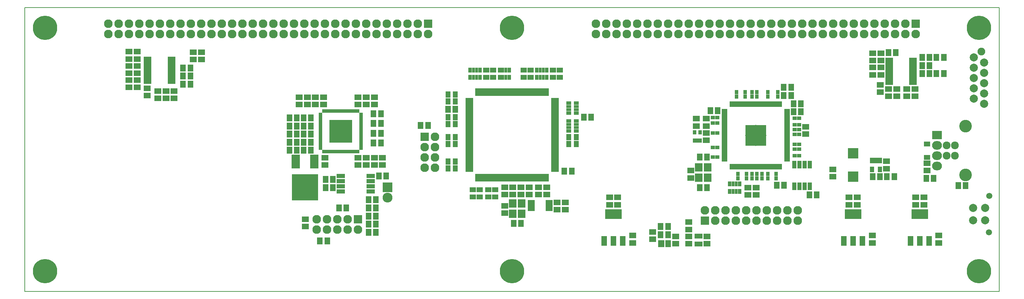
<source format=gbr>
G04 #@! TF.GenerationSoftware,KiCad,Pcbnew,(5.0.0-3-g5ebb6b6)*
G04 #@! TF.CreationDate,2018-10-15T21:33:50+02:00*
G04 #@! TF.ProjectId,infinitas,696E66696E697461732E6B696361645F,rev?*
G04 #@! TF.SameCoordinates,Original*
G04 #@! TF.FileFunction,Soldermask,Top*
G04 #@! TF.FilePolarity,Negative*
%FSLAX46Y46*%
G04 Gerber Fmt 4.6, Leading zero omitted, Abs format (unit mm)*
G04 Created by KiCad (PCBNEW (5.0.0-3-g5ebb6b6)) date Monday, 15. October 2018 um 21:33:50*
%MOMM*%
%LPD*%
G01*
G04 APERTURE LIST*
%ADD10C,0.150000*%
%ADD11R,1.850000X0.650000*%
%ADD12R,0.650000X1.850000*%
%ADD13R,0.806400X1.060400*%
%ADD14R,0.798780X1.149300*%
%ADD15R,1.400760X1.799540*%
%ADD16R,1.598880X1.799540*%
%ADD17R,2.100000X1.050000*%
%ADD18R,1.800000X0.700000*%
%ADD19R,1.050000X1.460000*%
%ADD20R,1.000000X1.950000*%
%ADD21R,0.900000X1.000000*%
%ADD22R,1.000000X0.900000*%
%ADD23R,1.200000X0.900000*%
%ADD24R,1.200000X0.800000*%
%ADD25R,0.900000X1.200000*%
%ADD26R,0.800000X1.200000*%
%ADD27R,1.850000X0.850000*%
%ADD28O,5.200000X5.200000*%
%ADD29R,5.200000X5.200000*%
%ADD30R,1.400000X0.630000*%
%ADD31R,0.630000X1.400000*%
%ADD32C,6.000000*%
%ADD33R,1.700000X1.400000*%
%ADD34R,1.400000X1.700000*%
%ADD35R,2.432000X2.127200*%
%ADD36O,2.432000X2.127200*%
%ADD37R,1.900000X2.100000*%
%ADD38R,2.600000X2.600000*%
%ADD39R,2.127200X2.127200*%
%ADD40O,2.127200X2.127200*%
%ADD41R,4.057600X2.432000*%
%ADD42R,1.416000X2.432000*%
%ADD43R,2.051000X3.448000*%
%ADD44R,6.496000X6.496000*%
%ADD45R,2.432000X2.432000*%
%ADD46O,2.432000X2.432000*%
%ADD47R,1.620000X1.310000*%
%ADD48C,2.000000*%
%ADD49C,1.900000*%
%ADD50C,1.500000*%
%ADD51R,5.650000X5.650000*%
%ADD52R,0.950000X0.700000*%
%ADD53R,0.700000X0.950000*%
%ADD54C,1.924000*%
%ADD55C,3.100020*%
G04 APERTURE END LIST*
D10*
X30000000Y-100000000D02*
X30000000Y-30000000D01*
X270000000Y-100000000D02*
X30000000Y-100000000D01*
X270000000Y-30000000D02*
X270000000Y-100000000D01*
X30000000Y-30000000D02*
X270000000Y-30000000D01*
D11*
G04 #@! TO.C,IC104*
X139450000Y-70150000D03*
X139450000Y-69650000D03*
X139450000Y-69150000D03*
X139450000Y-68650000D03*
X139450000Y-68150000D03*
X139450000Y-67650000D03*
X139450000Y-67150000D03*
X139450000Y-66650000D03*
X139450000Y-66150000D03*
X139450000Y-65650000D03*
X139450000Y-65150000D03*
X139450000Y-64650000D03*
X139450000Y-64150000D03*
X139450000Y-63650000D03*
X139450000Y-63150000D03*
X139450000Y-62650000D03*
X139450000Y-62150000D03*
X139450000Y-61650000D03*
X139450000Y-61150000D03*
X139450000Y-60650000D03*
X139450000Y-60150000D03*
X139450000Y-59650000D03*
X139450000Y-59150000D03*
X139450000Y-58650000D03*
X139450000Y-58150000D03*
X139450000Y-57650000D03*
X139450000Y-57150000D03*
X139450000Y-56650000D03*
X139450000Y-56150000D03*
X139450000Y-55650000D03*
X139450000Y-55150000D03*
X139450000Y-54650000D03*
X139450000Y-54150000D03*
X139450000Y-53650000D03*
X139450000Y-53150000D03*
X139450000Y-52650000D03*
D12*
X141250000Y-50850000D03*
X141750000Y-50850000D03*
X142250000Y-50850000D03*
X142750000Y-50850000D03*
X143250000Y-50850000D03*
X143750000Y-50850000D03*
X144250000Y-50850000D03*
X144750000Y-50850000D03*
X145250000Y-50850000D03*
X145750000Y-50850000D03*
X146250000Y-50850000D03*
X146750000Y-50850000D03*
X147250000Y-50850000D03*
X147750000Y-50850000D03*
X148250000Y-50850000D03*
X148750000Y-50850000D03*
X149250000Y-50850000D03*
X149750000Y-50850000D03*
X150250000Y-50850000D03*
X150750000Y-50850000D03*
X151250000Y-50850000D03*
X151750000Y-50850000D03*
X152250000Y-50850000D03*
X152750000Y-50850000D03*
X153250000Y-50850000D03*
X153750000Y-50850000D03*
X154250000Y-50850000D03*
X154750000Y-50850000D03*
X155250000Y-50850000D03*
X155750000Y-50850000D03*
X156250000Y-50850000D03*
X156750000Y-50850000D03*
X157250000Y-50850000D03*
X157750000Y-50850000D03*
X158250000Y-50850000D03*
X158750000Y-50850000D03*
D11*
X160550000Y-52650000D03*
X160550000Y-53150000D03*
X160550000Y-53650000D03*
X160550000Y-54150000D03*
X160550000Y-54650000D03*
X160550000Y-55150000D03*
X160550000Y-55650000D03*
X160550000Y-56150000D03*
X160550000Y-56650000D03*
X160550000Y-57150000D03*
X160550000Y-57650000D03*
X160550000Y-58150000D03*
X160550000Y-58650000D03*
X160550000Y-59150000D03*
X160550000Y-59650000D03*
X160550000Y-60150000D03*
X160550000Y-60650000D03*
X160550000Y-61150000D03*
X160550000Y-61650000D03*
X160550000Y-62150000D03*
X160550000Y-62650000D03*
X160550000Y-63150000D03*
X160550000Y-63650000D03*
X160550000Y-64150000D03*
X160550000Y-64650000D03*
X160550000Y-65150000D03*
X160550000Y-65650000D03*
X160550000Y-66150000D03*
X160550000Y-66650000D03*
X160550000Y-67150000D03*
X160550000Y-67650000D03*
X160550000Y-68150000D03*
X160550000Y-68650000D03*
X160550000Y-69150000D03*
X160550000Y-69650000D03*
X160550000Y-70150000D03*
D12*
X158750000Y-71950000D03*
X158250000Y-71950000D03*
X157750000Y-71950000D03*
X157250000Y-71950000D03*
X156750000Y-71950000D03*
X156250000Y-71950000D03*
X155750000Y-71950000D03*
X155250000Y-71950000D03*
X154750000Y-71950000D03*
X154250000Y-71950000D03*
X153750000Y-71950000D03*
X153250000Y-71950000D03*
X152750000Y-71950000D03*
X152250000Y-71950000D03*
X151750000Y-71950000D03*
X151250000Y-71950000D03*
X150750000Y-71950000D03*
X150250000Y-71950000D03*
X149750000Y-71950000D03*
X149250000Y-71950000D03*
X148750000Y-71950000D03*
X148250000Y-71950000D03*
X147750000Y-71950000D03*
X147250000Y-71950000D03*
X146750000Y-71950000D03*
X146250000Y-71950000D03*
X145750000Y-71950000D03*
X145250000Y-71950000D03*
X144750000Y-71950000D03*
X144250000Y-71950000D03*
X143750000Y-71950000D03*
X143250000Y-71950000D03*
X142750000Y-71950000D03*
X142250000Y-71950000D03*
X141750000Y-71950000D03*
X141250000Y-71950000D03*
G04 #@! TD*
D13*
G04 #@! TO.C,IC202*
X194939600Y-60784000D03*
X196260400Y-60784000D03*
X195600000Y-62816000D03*
X196260400Y-62816000D03*
X194939600Y-62816000D03*
G04 #@! TD*
D14*
G04 #@! TO.C,IC204*
X195249760Y-86350040D03*
X195900000Y-86350040D03*
X196550240Y-86350040D03*
X196550240Y-88249960D03*
X195900000Y-88249960D03*
X195249760Y-88249960D03*
G04 #@! TD*
D15*
G04 #@! TO.C,IC106*
X186550040Y-86000180D03*
X188449960Y-86000180D03*
X188449960Y-88199820D03*
D16*
X186730380Y-88199820D03*
G04 #@! TD*
D17*
G04 #@! TO.C,IC302*
X115150000Y-71495000D03*
X115150000Y-72765000D03*
X115150000Y-74035000D03*
X115150000Y-75305000D03*
X107850000Y-75305000D03*
X107850000Y-74035000D03*
X107850000Y-72765000D03*
X107850000Y-71495000D03*
G04 #@! TD*
D18*
G04 #@! TO.C,IC101*
X154700000Y-79800000D03*
X154700000Y-79300000D03*
X154700000Y-78800000D03*
X154700000Y-78300000D03*
X154700000Y-77800000D03*
X159100000Y-77800000D03*
X159100000Y-78300000D03*
X159100000Y-78800000D03*
X159100000Y-79300000D03*
X159100000Y-79800000D03*
G04 #@! TD*
D19*
G04 #@! TO.C,IC105*
X240550000Y-69900000D03*
X238650000Y-69900000D03*
X238650000Y-67700000D03*
X239600000Y-67700000D03*
X240550000Y-67700000D03*
G04 #@! TD*
D20*
G04 #@! TO.C,IC203*
X223305000Y-74100000D03*
X222035000Y-74100000D03*
X220765000Y-74100000D03*
X219495000Y-74100000D03*
X219495000Y-68700000D03*
X220765000Y-68700000D03*
X222035000Y-68700000D03*
X223305000Y-68700000D03*
G04 #@! TD*
D21*
G04 #@! TO.C,C224*
X209100000Y-72150000D03*
X209100000Y-71050000D03*
G04 #@! TD*
G04 #@! TO.C,C209*
X207700000Y-72150000D03*
X207700000Y-71050000D03*
G04 #@! TD*
G04 #@! TO.C,C210*
X210300000Y-72150000D03*
X210300000Y-71050000D03*
G04 #@! TD*
G04 #@! TO.C,C211*
X213000000Y-72150000D03*
X213000000Y-71050000D03*
G04 #@! TD*
D22*
G04 #@! TO.C,C212*
X220650000Y-66500000D03*
X219550000Y-66500000D03*
G04 #@! TD*
G04 #@! TO.C,C213*
X220650000Y-64900000D03*
X219550000Y-64900000D03*
G04 #@! TD*
G04 #@! TO.C,C214*
X220650000Y-61300000D03*
X219550000Y-61300000D03*
G04 #@! TD*
G04 #@! TO.C,C215*
X220650000Y-58900000D03*
X219550000Y-58900000D03*
G04 #@! TD*
G04 #@! TO.C,C216*
X220650000Y-57300000D03*
X219550000Y-57300000D03*
G04 #@! TD*
D21*
G04 #@! TO.C,C217*
X213000000Y-50850000D03*
X213000000Y-51950000D03*
G04 #@! TD*
G04 #@! TO.C,C218*
X210300000Y-50850000D03*
X210300000Y-51950000D03*
G04 #@! TD*
G04 #@! TO.C,C219*
X207400000Y-50850000D03*
X207400000Y-51950000D03*
G04 #@! TD*
D22*
G04 #@! TO.C,C220*
X199450000Y-57100000D03*
X200550000Y-57100000D03*
G04 #@! TD*
G04 #@! TO.C,C221*
X199450000Y-64500000D03*
X200550000Y-64500000D03*
G04 #@! TD*
D21*
G04 #@! TO.C,C223*
X205600000Y-72150000D03*
X205600000Y-71050000D03*
G04 #@! TD*
G04 #@! TO.C,C225*
X211500000Y-72150000D03*
X211500000Y-71050000D03*
G04 #@! TD*
G04 #@! TO.C,C226*
X215000000Y-72150000D03*
X215000000Y-71050000D03*
G04 #@! TD*
D22*
G04 #@! TO.C,C227*
X220650000Y-63700000D03*
X219550000Y-63700000D03*
G04 #@! TD*
G04 #@! TO.C,C228*
X220650000Y-60100000D03*
X219550000Y-60100000D03*
G04 #@! TD*
D21*
G04 #@! TO.C,C229*
X215400000Y-50850000D03*
X215400000Y-51950000D03*
G04 #@! TD*
G04 #@! TO.C,C230*
X209100000Y-50850000D03*
X209100000Y-51950000D03*
G04 #@! TD*
G04 #@! TO.C,C231*
X205300000Y-50850000D03*
X205300000Y-51950000D03*
G04 #@! TD*
D22*
G04 #@! TO.C,C232*
X199450000Y-58500000D03*
X200550000Y-58500000D03*
G04 #@! TD*
G04 #@! TO.C,C233*
X199450000Y-60900000D03*
X200550000Y-60900000D03*
G04 #@! TD*
G04 #@! TO.C,C222*
X199450000Y-66900000D03*
X200550000Y-66900000D03*
G04 #@! TD*
D23*
G04 #@! TO.C,R123*
X134200000Y-51100000D03*
D24*
X134200000Y-51900000D03*
D23*
X134200000Y-53500000D03*
D24*
X134200000Y-52700000D03*
D23*
X136000000Y-51100000D03*
D24*
X136000000Y-52700000D03*
X136000000Y-51900000D03*
D23*
X136000000Y-53500000D03*
G04 #@! TD*
D25*
G04 #@! TO.C,R139*
X142100000Y-45400000D03*
D26*
X141300000Y-45400000D03*
D25*
X139700000Y-45400000D03*
D26*
X140500000Y-45400000D03*
D25*
X142100000Y-47200000D03*
D26*
X140500000Y-47200000D03*
X141300000Y-47200000D03*
D25*
X139700000Y-47200000D03*
G04 #@! TD*
G04 #@! TO.C,R141*
X145700000Y-45400000D03*
D26*
X144900000Y-45400000D03*
D25*
X143300000Y-45400000D03*
D26*
X144100000Y-45400000D03*
D25*
X145700000Y-47200000D03*
D26*
X144100000Y-47200000D03*
X144900000Y-47200000D03*
D25*
X143300000Y-47200000D03*
G04 #@! TD*
G04 #@! TO.C,R143*
X149300000Y-45400000D03*
D26*
X148500000Y-45400000D03*
D25*
X146900000Y-45400000D03*
D26*
X147700000Y-45400000D03*
D25*
X149300000Y-47200000D03*
D26*
X147700000Y-47200000D03*
X148500000Y-47200000D03*
D25*
X146900000Y-47200000D03*
G04 #@! TD*
G04 #@! TO.C,R145*
X154900000Y-45400000D03*
D26*
X154100000Y-45400000D03*
D25*
X152500000Y-45400000D03*
D26*
X153300000Y-45400000D03*
D25*
X154900000Y-47200000D03*
D26*
X153300000Y-47200000D03*
X154100000Y-47200000D03*
D25*
X152500000Y-47200000D03*
G04 #@! TD*
G04 #@! TO.C,R147*
X158500000Y-45400000D03*
D26*
X157700000Y-45400000D03*
D25*
X156100000Y-45400000D03*
D26*
X156900000Y-45400000D03*
D25*
X158500000Y-47200000D03*
D26*
X156900000Y-47200000D03*
X157700000Y-47200000D03*
D25*
X156100000Y-47200000D03*
G04 #@! TD*
G04 #@! TO.C,R148*
X162100000Y-45400000D03*
D26*
X161300000Y-45400000D03*
D25*
X159700000Y-45400000D03*
D26*
X160500000Y-45400000D03*
D25*
X162100000Y-47200000D03*
D26*
X160500000Y-47200000D03*
X161300000Y-47200000D03*
D25*
X159700000Y-47200000D03*
G04 #@! TD*
D23*
G04 #@! TO.C,R152*
X165800000Y-56000000D03*
D24*
X165800000Y-55200000D03*
D23*
X165800000Y-53600000D03*
D24*
X165800000Y-54400000D03*
D23*
X164000000Y-56000000D03*
D24*
X164000000Y-54400000D03*
X164000000Y-55200000D03*
D23*
X164000000Y-53600000D03*
G04 #@! TD*
D25*
G04 #@! TO.C,R204*
X206000000Y-73500000D03*
D26*
X205200000Y-73500000D03*
D25*
X203600000Y-73500000D03*
D26*
X204400000Y-73500000D03*
D25*
X206000000Y-75300000D03*
D26*
X204400000Y-75300000D03*
X205200000Y-75300000D03*
D25*
X203600000Y-75300000D03*
G04 #@! TD*
D23*
G04 #@! TO.C,R150*
X165800000Y-64000000D03*
D24*
X165800000Y-63200000D03*
D23*
X165800000Y-61600000D03*
D24*
X165800000Y-62400000D03*
D23*
X164000000Y-64000000D03*
D24*
X164000000Y-62400000D03*
X164000000Y-63200000D03*
D23*
X164000000Y-61600000D03*
G04 #@! TD*
G04 #@! TO.C,R151*
X165800000Y-60400000D03*
D24*
X165800000Y-59600000D03*
D23*
X165800000Y-58000000D03*
D24*
X165800000Y-58800000D03*
D23*
X164000000Y-60400000D03*
D24*
X164000000Y-58800000D03*
X164000000Y-59600000D03*
D23*
X164000000Y-58000000D03*
G04 #@! TD*
G04 #@! TO.C,R119*
X136000000Y-70000000D03*
D24*
X136000000Y-69200000D03*
D23*
X136000000Y-67600000D03*
D24*
X136000000Y-68400000D03*
D23*
X134200000Y-70000000D03*
D24*
X134200000Y-68400000D03*
X134200000Y-69200000D03*
D23*
X134200000Y-67600000D03*
G04 #@! TD*
G04 #@! TO.C,R120*
X136000000Y-64000000D03*
D24*
X136000000Y-63200000D03*
D23*
X136000000Y-61600000D03*
D24*
X136000000Y-62400000D03*
D23*
X134200000Y-64000000D03*
D24*
X134200000Y-62400000D03*
X134200000Y-63200000D03*
D23*
X134200000Y-61600000D03*
G04 #@! TD*
G04 #@! TO.C,R121*
X136000000Y-59100000D03*
D24*
X136000000Y-58300000D03*
D23*
X136000000Y-56700000D03*
D24*
X136000000Y-57500000D03*
D23*
X134200000Y-59100000D03*
D24*
X134200000Y-57500000D03*
X134200000Y-58300000D03*
D23*
X134200000Y-56700000D03*
G04 #@! TD*
D25*
G04 #@! TO.C,R138*
X140000000Y-76700000D03*
D26*
X140800000Y-76700000D03*
D25*
X142400000Y-76700000D03*
D26*
X141600000Y-76700000D03*
D25*
X140000000Y-74900000D03*
D26*
X141600000Y-74900000D03*
X140800000Y-74900000D03*
D25*
X142400000Y-74900000D03*
G04 #@! TD*
G04 #@! TO.C,R140*
X143800000Y-76700000D03*
D26*
X144600000Y-76700000D03*
D25*
X146200000Y-76700000D03*
D26*
X145400000Y-76700000D03*
D25*
X143800000Y-74900000D03*
D26*
X145400000Y-74900000D03*
X144600000Y-74900000D03*
D25*
X146200000Y-74900000D03*
G04 #@! TD*
D27*
G04 #@! TO.C,IC103*
X242850000Y-48625000D03*
X242850000Y-47975000D03*
X242850000Y-47325000D03*
X242850000Y-46675000D03*
X242850000Y-46025000D03*
X242850000Y-45375000D03*
X242850000Y-44725000D03*
X242850000Y-44075000D03*
X242850000Y-43425000D03*
X242850000Y-42775000D03*
X248750000Y-42775000D03*
X248750000Y-43425000D03*
X248750000Y-44075000D03*
X248750000Y-44725000D03*
X248750000Y-45375000D03*
X248750000Y-46025000D03*
X248750000Y-46675000D03*
X248750000Y-47325000D03*
X248750000Y-47975000D03*
X248750000Y-48625000D03*
G04 #@! TD*
G04 #@! TO.C,IC102*
X60250000Y-48425000D03*
X60250000Y-47775000D03*
X60250000Y-47125000D03*
X60250000Y-46475000D03*
X60250000Y-45825000D03*
X60250000Y-45175000D03*
X60250000Y-44525000D03*
X60250000Y-43875000D03*
X60250000Y-43225000D03*
X60250000Y-42575000D03*
X66150000Y-42575000D03*
X66150000Y-43225000D03*
X66150000Y-43875000D03*
X66150000Y-44525000D03*
X66150000Y-45175000D03*
X66150000Y-45825000D03*
X66150000Y-46475000D03*
X66150000Y-47125000D03*
X66150000Y-47775000D03*
X66150000Y-48425000D03*
G04 #@! TD*
D28*
G04 #@! TO.C,IC201*
X210000000Y-61500000D03*
D29*
X210000000Y-61500000D03*
D30*
X202300000Y-67700000D03*
X202300000Y-67300000D03*
X202300000Y-66900000D03*
X202300000Y-66500000D03*
X202300000Y-66100000D03*
X202300000Y-65700000D03*
X202300000Y-65300000D03*
X202300000Y-64900000D03*
X202300000Y-64500000D03*
X202300000Y-64100000D03*
X202300000Y-63700000D03*
X202300000Y-63300000D03*
X202300000Y-62900000D03*
X202300000Y-62500000D03*
X202300000Y-62100000D03*
X202300000Y-61700000D03*
X202300000Y-61300000D03*
X202300000Y-60900000D03*
X202300000Y-60500000D03*
X202300000Y-60100000D03*
X202300000Y-59700000D03*
X202300000Y-59300000D03*
X202300000Y-58900000D03*
X202300000Y-58500000D03*
X202300000Y-58100000D03*
X202300000Y-57700000D03*
X202300000Y-57300000D03*
X202300000Y-56900000D03*
X202300000Y-56500000D03*
X202300000Y-56100000D03*
X202300000Y-55700000D03*
X202300000Y-55300000D03*
D31*
X203800000Y-53800000D03*
X204200000Y-53800000D03*
X204600000Y-53800000D03*
X205000000Y-53800000D03*
X205400000Y-53800000D03*
X205800000Y-53800000D03*
X206200000Y-53800000D03*
X206600000Y-53800000D03*
X207000000Y-53800000D03*
X207400000Y-53800000D03*
X207800000Y-53800000D03*
X208200000Y-53800000D03*
X208600000Y-53800000D03*
X209000000Y-53800000D03*
X209400000Y-53800000D03*
X209800000Y-53800000D03*
X210200000Y-53800000D03*
X210600000Y-53800000D03*
X211000000Y-53800000D03*
X211400000Y-53800000D03*
X211800000Y-53800000D03*
X212200000Y-53800000D03*
X212600000Y-53800000D03*
X213000000Y-53800000D03*
X213400000Y-53800000D03*
X213800000Y-53800000D03*
X214200000Y-53800000D03*
X214600000Y-53800000D03*
X215000000Y-53800000D03*
X215400000Y-53800000D03*
X215800000Y-53800000D03*
X216200000Y-53800000D03*
D30*
X217700000Y-55300000D03*
X217700000Y-55700000D03*
X217700000Y-56100000D03*
X217700000Y-56500000D03*
X217700000Y-56900000D03*
X217700000Y-57300000D03*
X217700000Y-57700000D03*
X217700000Y-58100000D03*
X217700000Y-58500000D03*
X217700000Y-58900000D03*
X217700000Y-59300000D03*
X217700000Y-59700000D03*
X217700000Y-60100000D03*
X217700000Y-60500000D03*
X217700000Y-60900000D03*
X217700000Y-61300000D03*
X217700000Y-61700000D03*
X217700000Y-62100000D03*
X217700000Y-62500000D03*
X217700000Y-62900000D03*
X217700000Y-63300000D03*
X217700000Y-63700000D03*
X217700000Y-64100000D03*
X217700000Y-64500000D03*
X217700000Y-64900000D03*
X217700000Y-65300000D03*
X217700000Y-65700000D03*
X217700000Y-66100000D03*
X217700000Y-66500000D03*
X217700000Y-66900000D03*
X217700000Y-67300000D03*
X217700000Y-67700000D03*
D31*
X216200000Y-69200000D03*
X215800000Y-69200000D03*
X215400000Y-69200000D03*
X215000000Y-69200000D03*
X214600000Y-69200000D03*
X214200000Y-69200000D03*
X213800000Y-69200000D03*
X213400000Y-69200000D03*
X213000000Y-69200000D03*
X212600000Y-69200000D03*
X212200000Y-69200000D03*
X211800000Y-69200000D03*
X211400000Y-69200000D03*
X211000000Y-69200000D03*
X210600000Y-69200000D03*
X210200000Y-69200000D03*
X209800000Y-69200000D03*
X209400000Y-69200000D03*
X209000000Y-69200000D03*
X208600000Y-69200000D03*
X208200000Y-69200000D03*
X207800000Y-69200000D03*
X207400000Y-69200000D03*
X207000000Y-69200000D03*
X206600000Y-69200000D03*
X206200000Y-69200000D03*
X205800000Y-69200000D03*
X205400000Y-69200000D03*
X205000000Y-69200000D03*
X204600000Y-69200000D03*
X204200000Y-69200000D03*
X203800000Y-69200000D03*
G04 #@! TD*
D32*
G04 #@! TO.C,B101*
X35000000Y-35000000D03*
G04 #@! TD*
G04 #@! TO.C,B102*
X150000000Y-35000000D03*
G04 #@! TD*
G04 #@! TO.C,B103*
X265000000Y-35000000D03*
G04 #@! TD*
G04 #@! TO.C,B104*
X35000000Y-95000000D03*
G04 #@! TD*
G04 #@! TO.C,B105*
X150000000Y-95000000D03*
G04 #@! TD*
G04 #@! TO.C,B106*
X265000000Y-95000000D03*
G04 #@! TD*
D33*
G04 #@! TO.C,C109*
X158500000Y-76100000D03*
X158500000Y-74300000D03*
G04 #@! TD*
D34*
G04 #@! TO.C,C110*
X164700000Y-70300000D03*
X162900000Y-70300000D03*
G04 #@! TD*
G04 #@! TO.C,R118*
X127500000Y-59100000D03*
X129300000Y-59100000D03*
G04 #@! TD*
G04 #@! TO.C,R149*
X169500000Y-57000000D03*
X167700000Y-57000000D03*
G04 #@! TD*
D35*
G04 #@! TO.C,X203*
X254600000Y-61460000D03*
D36*
X254600000Y-64000000D03*
X254600000Y-66540000D03*
X254600000Y-69080000D03*
G04 #@! TD*
D33*
G04 #@! TO.C,C202*
X197800000Y-57400000D03*
X197800000Y-59200000D03*
G04 #@! TD*
G04 #@! TO.C,C207*
X252200000Y-70200000D03*
X252200000Y-68400000D03*
G04 #@! TD*
D34*
G04 #@! TO.C,C208*
X259900000Y-73900000D03*
X261700000Y-73900000D03*
G04 #@! TD*
G04 #@! TO.C,C203*
X225000000Y-76200000D03*
X223200000Y-76200000D03*
G04 #@! TD*
G04 #@! TO.C,R201*
X198000000Y-74400000D03*
X196200000Y-74400000D03*
G04 #@! TD*
G04 #@! TO.C,R202*
X198000000Y-66900000D03*
X196200000Y-66900000D03*
G04 #@! TD*
G04 #@! TO.C,R203*
X198800000Y-55400000D03*
X200600000Y-55400000D03*
G04 #@! TD*
D33*
G04 #@! TO.C,R205*
X208100000Y-74400000D03*
X208100000Y-76200000D03*
G04 #@! TD*
G04 #@! TO.C,R206*
X210100000Y-74400000D03*
X210100000Y-76200000D03*
G04 #@! TD*
D34*
G04 #@! TO.C,R207*
X217000000Y-73800000D03*
X215200000Y-73800000D03*
G04 #@! TD*
D33*
G04 #@! TO.C,R208*
X222300000Y-59400000D03*
X222300000Y-61200000D03*
G04 #@! TD*
D34*
G04 #@! TO.C,R215*
X253800000Y-72100000D03*
X252000000Y-72100000D03*
G04 #@! TD*
D33*
G04 #@! TO.C,C201*
X194000000Y-70200000D03*
X194000000Y-72000000D03*
G04 #@! TD*
D34*
G04 #@! TO.C,R209*
X219300000Y-55700000D03*
X221100000Y-55700000D03*
G04 #@! TD*
G04 #@! TO.C,R210*
X219300000Y-53700000D03*
X221100000Y-53700000D03*
G04 #@! TD*
D33*
G04 #@! TO.C,C205*
X195400000Y-57400000D03*
X195400000Y-59200000D03*
G04 #@! TD*
G04 #@! TO.C,C206*
X197800000Y-62700000D03*
X197800000Y-60900000D03*
G04 #@! TD*
D37*
G04 #@! TO.C,OSC201*
X198200000Y-71970000D03*
X198200000Y-69430000D03*
X196000000Y-69430000D03*
X196000000Y-71970000D03*
G04 #@! TD*
D33*
G04 #@! TO.C,R213*
X193500000Y-88200000D03*
X193500000Y-86400000D03*
G04 #@! TD*
G04 #@! TO.C,R214*
X193500000Y-82900000D03*
X193500000Y-84700000D03*
G04 #@! TD*
G04 #@! TO.C,C204*
X198000000Y-88200000D03*
X198000000Y-86400000D03*
G04 #@! TD*
G04 #@! TO.C,C102*
X163100000Y-78000000D03*
X163100000Y-79800000D03*
G04 #@! TD*
G04 #@! TO.C,C103*
X161100000Y-78000000D03*
X161100000Y-79800000D03*
G04 #@! TD*
G04 #@! TO.C,C104*
X148200000Y-78900000D03*
X148200000Y-80700000D03*
G04 #@! TD*
D37*
G04 #@! TO.C,OSC101*
X152400000Y-80840000D03*
X152400000Y-78300000D03*
X150200000Y-78300000D03*
X150200000Y-80840000D03*
G04 #@! TD*
D34*
G04 #@! TO.C,R101*
X152200000Y-83200000D03*
X150400000Y-83200000D03*
G04 #@! TD*
D33*
G04 #@! TO.C,R116*
X154200000Y-74300000D03*
X154200000Y-76100000D03*
G04 #@! TD*
G04 #@! TO.C,R117*
X150200000Y-76100000D03*
X150200000Y-74300000D03*
G04 #@! TD*
G04 #@! TO.C,R144*
X152200000Y-76100000D03*
X152200000Y-74300000D03*
G04 #@! TD*
G04 #@! TO.C,R146*
X156500000Y-76100000D03*
X156500000Y-74300000D03*
G04 #@! TD*
G04 #@! TO.C,C105*
X240700000Y-50900000D03*
X240700000Y-49100000D03*
G04 #@! TD*
D34*
G04 #@! TO.C,R124*
X251000000Y-42300000D03*
X252800000Y-42300000D03*
G04 #@! TD*
G04 #@! TO.C,R125*
X254500000Y-42300000D03*
X256300000Y-42300000D03*
G04 #@! TD*
G04 #@! TO.C,R126*
X254500000Y-46300000D03*
X256300000Y-46300000D03*
G04 #@! TD*
G04 #@! TO.C,R127*
X251000000Y-46300000D03*
X252800000Y-46300000D03*
G04 #@! TD*
G04 #@! TO.C,R128*
X251000000Y-44300000D03*
X252800000Y-44300000D03*
G04 #@! TD*
D33*
G04 #@! TO.C,R129*
X247200000Y-50100000D03*
X247200000Y-51900000D03*
G04 #@! TD*
G04 #@! TO.C,R132*
X244700000Y-50100000D03*
X244700000Y-51900000D03*
G04 #@! TD*
D34*
G04 #@! TO.C,R133*
X242700000Y-41100000D03*
X244500000Y-41100000D03*
G04 #@! TD*
D33*
G04 #@! TO.C,R136*
X238800000Y-43100000D03*
X238800000Y-41300000D03*
G04 #@! TD*
G04 #@! TO.C,R137*
X240800000Y-43100000D03*
X240800000Y-41300000D03*
G04 #@! TD*
G04 #@! TO.C,R134*
X240800000Y-46600000D03*
X240800000Y-44800000D03*
G04 #@! TD*
G04 #@! TO.C,R135*
X238800000Y-46600000D03*
X238800000Y-44800000D03*
G04 #@! TD*
G04 #@! TO.C,C125*
X255100000Y-86200000D03*
X255100000Y-88000000D03*
G04 #@! TD*
G04 #@! TO.C,C126*
X251400000Y-76800000D03*
X251400000Y-78600000D03*
G04 #@! TD*
G04 #@! TO.C,C129*
X235000000Y-76800000D03*
X235000000Y-78600000D03*
G04 #@! TD*
G04 #@! TO.C,C128*
X238700000Y-86200000D03*
X238700000Y-88000000D03*
G04 #@! TD*
G04 #@! TO.C,C130*
X233000000Y-76800000D03*
X233000000Y-78600000D03*
G04 #@! TD*
G04 #@! TO.C,C127*
X249400000Y-76800000D03*
X249400000Y-78600000D03*
G04 #@! TD*
G04 #@! TO.C,C122*
X242200000Y-67900000D03*
X242200000Y-69700000D03*
G04 #@! TD*
G04 #@! TO.C,C123*
X229000000Y-71700000D03*
X229000000Y-69900000D03*
G04 #@! TD*
D38*
G04 #@! TO.C,L101*
X234000000Y-65900000D03*
X234000000Y-71700000D03*
G04 #@! TD*
D34*
G04 #@! TO.C,R154*
X238800000Y-71700000D03*
X240600000Y-71700000D03*
G04 #@! TD*
G04 #@! TO.C,R156*
X244100000Y-71700000D03*
X242300000Y-71700000D03*
G04 #@! TD*
D33*
G04 #@! TO.C,C131*
X179700000Y-86200000D03*
X179700000Y-88000000D03*
G04 #@! TD*
G04 #@! TO.C,C132*
X176000000Y-76800000D03*
X176000000Y-78600000D03*
G04 #@! TD*
G04 #@! TO.C,C133*
X174000000Y-76800000D03*
X174000000Y-78600000D03*
G04 #@! TD*
D34*
G04 #@! TO.C,C124*
X188400000Y-84000000D03*
X186600000Y-84000000D03*
G04 #@! TD*
D33*
G04 #@! TO.C,R153*
X184600000Y-85300000D03*
X184600000Y-87100000D03*
G04 #@! TD*
G04 #@! TO.C,R155*
X190300000Y-86400000D03*
X190300000Y-88200000D03*
G04 #@! TD*
D34*
G04 #@! TO.C,R211*
X218700000Y-49700000D03*
X216900000Y-49700000D03*
G04 #@! TD*
G04 #@! TO.C,R212*
X218700000Y-51700000D03*
X216900000Y-51700000D03*
G04 #@! TD*
G04 #@! TO.C,C302*
X98694668Y-59200000D03*
X100494668Y-59200000D03*
G04 #@! TD*
G04 #@! TO.C,C303*
X100500000Y-63200000D03*
X98700000Y-63200000D03*
G04 #@! TD*
G04 #@! TO.C,C305*
X98700000Y-61200000D03*
X100500000Y-61200000D03*
G04 #@! TD*
G04 #@! TO.C,C306*
X97000000Y-61200000D03*
X95200000Y-61200000D03*
G04 #@! TD*
G04 #@! TO.C,C307*
X119000000Y-71500000D03*
X117200000Y-71500000D03*
G04 #@! TD*
D33*
G04 #@! TO.C,C309*
X103900000Y-68800000D03*
X103900000Y-67000000D03*
G04 #@! TD*
G04 #@! TO.C,C310*
X112100000Y-68800000D03*
X112100000Y-67000000D03*
G04 #@! TD*
G04 #@! TO.C,C311*
X116100000Y-52100000D03*
X116100000Y-53900000D03*
G04 #@! TD*
G04 #@! TO.C,C312*
X103600000Y-52100000D03*
X103600000Y-53900000D03*
G04 #@! TD*
G04 #@! TO.C,C314*
X101600000Y-52100000D03*
X101600000Y-53900000D03*
G04 #@! TD*
D34*
G04 #@! TO.C,C315*
X98700000Y-65200000D03*
X100500000Y-65200000D03*
G04 #@! TD*
D33*
G04 #@! TO.C,C316*
X116100000Y-68800000D03*
X116100000Y-67000000D03*
G04 #@! TD*
G04 #@! TO.C,C317*
X112100000Y-52100000D03*
X112100000Y-53900000D03*
G04 #@! TD*
G04 #@! TO.C,FER301*
X97600000Y-52100000D03*
X97600000Y-53900000D03*
G04 #@! TD*
D34*
G04 #@! TO.C,FER302*
X95200000Y-57200000D03*
X97000000Y-57200000D03*
G04 #@! TD*
G04 #@! TO.C,R301*
X95200000Y-65200000D03*
X97000000Y-65200000D03*
G04 #@! TD*
G04 #@! TO.C,R307*
X97000000Y-63200000D03*
X95200000Y-63200000D03*
G04 #@! TD*
D33*
G04 #@! TO.C,R308*
X118100000Y-68800000D03*
X118100000Y-67000000D03*
G04 #@! TD*
D34*
G04 #@! TO.C,R311*
X116500000Y-83400000D03*
X114700000Y-83400000D03*
G04 #@! TD*
G04 #@! TO.C,R312*
X116500000Y-81400000D03*
X114700000Y-81400000D03*
G04 #@! TD*
G04 #@! TO.C,R313*
X104100000Y-72400000D03*
X105900000Y-72400000D03*
G04 #@! TD*
G04 #@! TO.C,R314*
X104100000Y-74400000D03*
X105900000Y-74400000D03*
G04 #@! TD*
D33*
G04 #@! TO.C,C301*
X99600000Y-52100000D03*
X99600000Y-53900000D03*
G04 #@! TD*
D34*
G04 #@! TO.C,C304*
X95194668Y-59200000D03*
X96994668Y-59200000D03*
G04 #@! TD*
D33*
G04 #@! TO.C,C308*
X114100000Y-68800000D03*
X114100000Y-67000000D03*
G04 #@! TD*
G04 #@! TO.C,C313*
X114100000Y-52100000D03*
X114100000Y-53900000D03*
G04 #@! TD*
D34*
G04 #@! TO.C,R309*
X116500000Y-79400000D03*
X114700000Y-79400000D03*
G04 #@! TD*
G04 #@! TO.C,R310*
X116500000Y-77400000D03*
X114700000Y-77400000D03*
G04 #@! TD*
G04 #@! TO.C,R122*
X134200000Y-55100000D03*
X136000000Y-55100000D03*
G04 #@! TD*
G04 #@! TO.C,R303*
X100500000Y-57200000D03*
X98700000Y-57200000D03*
G04 #@! TD*
G04 #@! TO.C,R302*
X117700000Y-56200000D03*
X115900000Y-56200000D03*
G04 #@! TD*
G04 #@! TO.C,R305*
X117700000Y-61000000D03*
X115900000Y-61000000D03*
G04 #@! TD*
G04 #@! TO.C,R306*
X117700000Y-63400000D03*
X115900000Y-63400000D03*
G04 #@! TD*
G04 #@! TO.C,R304*
X117700000Y-58600000D03*
X115900000Y-58600000D03*
G04 #@! TD*
D33*
G04 #@! TO.C,R142*
X148200000Y-76100000D03*
X148200000Y-74300000D03*
G04 #@! TD*
G04 #@! TO.C,C101*
X60200000Y-51700000D03*
X60200000Y-49900000D03*
G04 #@! TD*
G04 #@! TO.C,R102*
X73500000Y-41000000D03*
X73500000Y-42800000D03*
G04 #@! TD*
G04 #@! TO.C,R103*
X71500000Y-41000000D03*
X71500000Y-42800000D03*
G04 #@! TD*
G04 #@! TO.C,R104*
X57700000Y-40900000D03*
X57700000Y-42700000D03*
G04 #@! TD*
G04 #@! TO.C,R105*
X55700000Y-40900000D03*
X55700000Y-42700000D03*
G04 #@! TD*
D34*
G04 #@! TO.C,R106*
X69000000Y-44900000D03*
X70800000Y-44900000D03*
G04 #@! TD*
G04 #@! TO.C,R107*
X69000000Y-46900000D03*
X70800000Y-46900000D03*
G04 #@! TD*
D33*
G04 #@! TO.C,R110*
X64800000Y-50600000D03*
X64800000Y-52400000D03*
G04 #@! TD*
G04 #@! TO.C,R111*
X66800000Y-50600000D03*
X66800000Y-52400000D03*
G04 #@! TD*
G04 #@! TO.C,R112*
X57700000Y-47900000D03*
X57700000Y-49700000D03*
G04 #@! TD*
G04 #@! TO.C,R113*
X55700000Y-47900000D03*
X55700000Y-49700000D03*
G04 #@! TD*
G04 #@! TO.C,R114*
X57700000Y-44400000D03*
X57700000Y-46200000D03*
G04 #@! TD*
G04 #@! TO.C,R115*
X55700000Y-44400000D03*
X55700000Y-46200000D03*
G04 #@! TD*
D34*
G04 #@! TO.C,R108*
X69000000Y-48900000D03*
X70800000Y-48900000D03*
G04 #@! TD*
D33*
G04 #@! TO.C,R109*
X62800000Y-50600000D03*
X62800000Y-52400000D03*
G04 #@! TD*
G04 #@! TO.C,R130*
X249200000Y-50100000D03*
X249200000Y-51900000D03*
G04 #@! TD*
G04 #@! TO.C,R131*
X242700000Y-50100000D03*
X242700000Y-51900000D03*
G04 #@! TD*
D39*
G04 #@! TO.C,X102*
X129370000Y-34000000D03*
D40*
X129370000Y-36540000D03*
X126830000Y-34000000D03*
X126830000Y-36540000D03*
X124290000Y-34000000D03*
X124290000Y-36540000D03*
X121750000Y-34000000D03*
X121750000Y-36540000D03*
X119210000Y-34000000D03*
X119210000Y-36540000D03*
X116670000Y-34000000D03*
X116670000Y-36540000D03*
X114130000Y-34000000D03*
X114130000Y-36540000D03*
X111590000Y-34000000D03*
X111590000Y-36540000D03*
X109050000Y-34000000D03*
X109050000Y-36540000D03*
X106510000Y-34000000D03*
X106510000Y-36540000D03*
X103970000Y-34000000D03*
X103970000Y-36540000D03*
X101430000Y-34000000D03*
X101430000Y-36540000D03*
X98890000Y-34000000D03*
X98890000Y-36540000D03*
X96350000Y-34000000D03*
X96350000Y-36540000D03*
X93810000Y-34000000D03*
X93810000Y-36540000D03*
X91270000Y-34000000D03*
X91270000Y-36540000D03*
X88730000Y-34000000D03*
X88730000Y-36540000D03*
X86190000Y-34000000D03*
X86190000Y-36540000D03*
X83650000Y-34000000D03*
X83650000Y-36540000D03*
X81110000Y-34000000D03*
X81110000Y-36540000D03*
X78570000Y-34000000D03*
X78570000Y-36540000D03*
X76030000Y-34000000D03*
X76030000Y-36540000D03*
X73490000Y-34000000D03*
X73490000Y-36540000D03*
X70950000Y-34000000D03*
X70950000Y-36540000D03*
X68410000Y-34000000D03*
X68410000Y-36540000D03*
X65870000Y-34000000D03*
X65870000Y-36540000D03*
X63330000Y-34000000D03*
X63330000Y-36540000D03*
X60790000Y-34000000D03*
X60790000Y-36540000D03*
X58250000Y-34000000D03*
X58250000Y-36540000D03*
X55710000Y-34000000D03*
X55710000Y-36540000D03*
X53170000Y-34000000D03*
X53170000Y-36540000D03*
X50630000Y-34000000D03*
X50630000Y-36540000D03*
G04 #@! TD*
D39*
G04 #@! TO.C,X103*
X249370000Y-34000000D03*
D40*
X249370000Y-36540000D03*
X246830000Y-34000000D03*
X246830000Y-36540000D03*
X244290000Y-34000000D03*
X244290000Y-36540000D03*
X241750000Y-34000000D03*
X241750000Y-36540000D03*
X239210000Y-34000000D03*
X239210000Y-36540000D03*
X236670000Y-34000000D03*
X236670000Y-36540000D03*
X234130000Y-34000000D03*
X234130000Y-36540000D03*
X231590000Y-34000000D03*
X231590000Y-36540000D03*
X229050000Y-34000000D03*
X229050000Y-36540000D03*
X226510000Y-34000000D03*
X226510000Y-36540000D03*
X223970000Y-34000000D03*
X223970000Y-36540000D03*
X221430000Y-34000000D03*
X221430000Y-36540000D03*
X218890000Y-34000000D03*
X218890000Y-36540000D03*
X216350000Y-34000000D03*
X216350000Y-36540000D03*
X213810000Y-34000000D03*
X213810000Y-36540000D03*
X211270000Y-34000000D03*
X211270000Y-36540000D03*
X208730000Y-34000000D03*
X208730000Y-36540000D03*
X206190000Y-34000000D03*
X206190000Y-36540000D03*
X203650000Y-34000000D03*
X203650000Y-36540000D03*
X201110000Y-34000000D03*
X201110000Y-36540000D03*
X198570000Y-34000000D03*
X198570000Y-36540000D03*
X196030000Y-34000000D03*
X196030000Y-36540000D03*
X193490000Y-34000000D03*
X193490000Y-36540000D03*
X190950000Y-34000000D03*
X190950000Y-36540000D03*
X188410000Y-34000000D03*
X188410000Y-36540000D03*
X185870000Y-34000000D03*
X185870000Y-36540000D03*
X183330000Y-34000000D03*
X183330000Y-36540000D03*
X180790000Y-34000000D03*
X180790000Y-36540000D03*
X178250000Y-34000000D03*
X178250000Y-36540000D03*
X175710000Y-34000000D03*
X175710000Y-36540000D03*
X173170000Y-34000000D03*
X173170000Y-36540000D03*
X170630000Y-34000000D03*
X170630000Y-36540000D03*
G04 #@! TD*
D39*
G04 #@! TO.C,X301*
X112100000Y-82200000D03*
D40*
X112100000Y-84740000D03*
X109560000Y-82200000D03*
X109560000Y-84740000D03*
X107020000Y-82200000D03*
X107020000Y-84740000D03*
X104480000Y-82200000D03*
X104480000Y-84740000D03*
X101940000Y-82200000D03*
X101940000Y-84740000D03*
G04 #@! TD*
D39*
G04 #@! TO.C,X101*
X128460000Y-61860000D03*
D40*
X131000000Y-61860000D03*
X128460000Y-64400000D03*
X131000000Y-64400000D03*
X128460000Y-66940000D03*
X131000000Y-66940000D03*
X128460000Y-69480000D03*
X131000000Y-69480000D03*
G04 #@! TD*
D39*
G04 #@! TO.C,X201*
X197480000Y-82540000D03*
D40*
X197480000Y-80000000D03*
X200020000Y-82540000D03*
X200020000Y-80000000D03*
X202560000Y-82540000D03*
X202560000Y-80000000D03*
X205100000Y-82540000D03*
X205100000Y-80000000D03*
X207640000Y-82540000D03*
X207640000Y-80000000D03*
X210180000Y-82540000D03*
X210180000Y-80000000D03*
X212720000Y-82540000D03*
X212720000Y-80000000D03*
X215260000Y-82540000D03*
X215260000Y-80000000D03*
X217800000Y-82540000D03*
X217800000Y-80000000D03*
X220340000Y-82540000D03*
X220340000Y-80000000D03*
G04 #@! TD*
D41*
G04 #@! TO.C,IC109*
X175000000Y-80898000D03*
D42*
X175000000Y-87502000D03*
X177286000Y-87502000D03*
X172714000Y-87502000D03*
G04 #@! TD*
D41*
G04 #@! TO.C,IC108*
X234000000Y-80898000D03*
D42*
X234000000Y-87502000D03*
X236286000Y-87502000D03*
X231714000Y-87502000D03*
G04 #@! TD*
D41*
G04 #@! TO.C,IC107*
X250400000Y-80898000D03*
D42*
X250400000Y-87502000D03*
X252686000Y-87502000D03*
X248114000Y-87502000D03*
G04 #@! TD*
D43*
G04 #@! TO.C,Q301*
X101286000Y-68000000D03*
D44*
X99000000Y-74350000D03*
D43*
X96714000Y-68000000D03*
G04 #@! TD*
D45*
G04 #@! TO.C,JP301*
X119300000Y-74300000D03*
D46*
X119300000Y-76840000D03*
G04 #@! TD*
D47*
G04 #@! TO.C,D201*
X252200000Y-66935000D03*
X252200000Y-63665000D03*
G04 #@! TD*
D48*
G04 #@! TO.C,X104*
X263730000Y-42285000D03*
X266270000Y-43555000D03*
X263730000Y-44825000D03*
X266270000Y-46095000D03*
X263730000Y-47365000D03*
X266270000Y-48635000D03*
X263730000Y-49905000D03*
X266270000Y-51175000D03*
X263730000Y-52445000D03*
X266270000Y-53715000D03*
D49*
X265530000Y-40885000D03*
G04 #@! TD*
D50*
G04 #@! TO.C,X105*
X267500000Y-76400000D03*
D48*
X263500000Y-82400000D03*
X263500000Y-79400000D03*
X266500000Y-82400000D03*
X266500000Y-79400000D03*
D50*
X267440000Y-85400000D03*
G04 #@! TD*
D51*
G04 #@! TO.C,IC301*
X107850000Y-60500000D03*
D52*
X102850000Y-56250000D03*
X102850000Y-56750000D03*
X102850000Y-57250000D03*
X102850000Y-57750000D03*
X102850000Y-58250000D03*
X102850000Y-58750000D03*
X102850000Y-59250000D03*
X102850000Y-59750000D03*
X102850000Y-60250000D03*
X102850000Y-60750000D03*
X102850000Y-61250000D03*
X102850000Y-61750000D03*
X102850000Y-62250000D03*
X102850000Y-62750000D03*
X102850000Y-63250000D03*
X102850000Y-63750000D03*
X102850000Y-64250000D03*
X102850000Y-64750000D03*
D53*
X103600000Y-65500000D03*
X104100000Y-65500000D03*
X104600000Y-65500000D03*
X105100000Y-65500000D03*
X105600000Y-65500000D03*
X106100000Y-65500000D03*
X106600000Y-65500000D03*
X107100000Y-65500000D03*
X107600000Y-65500000D03*
X108100000Y-65500000D03*
X108600000Y-65500000D03*
X109100000Y-65500000D03*
X109600000Y-65500000D03*
X110100000Y-65500000D03*
X110600000Y-65500000D03*
X111100000Y-65500000D03*
X111600000Y-65500000D03*
X112100000Y-65500000D03*
D52*
X112850000Y-64750000D03*
X112850000Y-64250000D03*
X112850000Y-63750000D03*
X112850000Y-63250000D03*
X112850000Y-62750000D03*
X112850000Y-62250000D03*
X112850000Y-61750000D03*
X112850000Y-61250000D03*
X112850000Y-60750000D03*
X112850000Y-60250000D03*
X112850000Y-59750000D03*
X112850000Y-59250000D03*
X112850000Y-58750000D03*
X112850000Y-58250000D03*
X112850000Y-57750000D03*
X112850000Y-57250000D03*
X112850000Y-56750000D03*
X112850000Y-56250000D03*
D53*
X112100000Y-55500000D03*
X111600000Y-55500000D03*
X111100000Y-55500000D03*
X110600000Y-55500000D03*
X110100000Y-55500000D03*
X109600000Y-55500000D03*
X109100000Y-55500000D03*
X108600000Y-55500000D03*
X108100000Y-55500000D03*
X107600000Y-55500000D03*
X107100000Y-55500000D03*
X106600000Y-55500000D03*
X106100000Y-55500000D03*
X105600000Y-55500000D03*
X105100000Y-55500000D03*
X104600000Y-55500000D03*
X104100000Y-55500000D03*
X103600000Y-55500000D03*
G04 #@! TD*
D54*
G04 #@! TO.C,X202*
X257000000Y-66540000D03*
X257000000Y-64000000D03*
X258998980Y-64000000D03*
X258998980Y-66540000D03*
D55*
X261699000Y-71269480D03*
X261699000Y-59270520D03*
G04 #@! TD*
D34*
G04 #@! TO.C,R315*
X107400000Y-79400000D03*
X109200000Y-79400000D03*
G04 #@! TD*
G04 #@! TO.C,R316*
X114700000Y-85400000D03*
X116500000Y-85400000D03*
G04 #@! TD*
D33*
G04 #@! TO.C,R317*
X99100000Y-84000000D03*
X99100000Y-82200000D03*
G04 #@! TD*
D34*
G04 #@! TO.C,R318*
X102700000Y-87500000D03*
X104500000Y-87500000D03*
G04 #@! TD*
M02*

</source>
